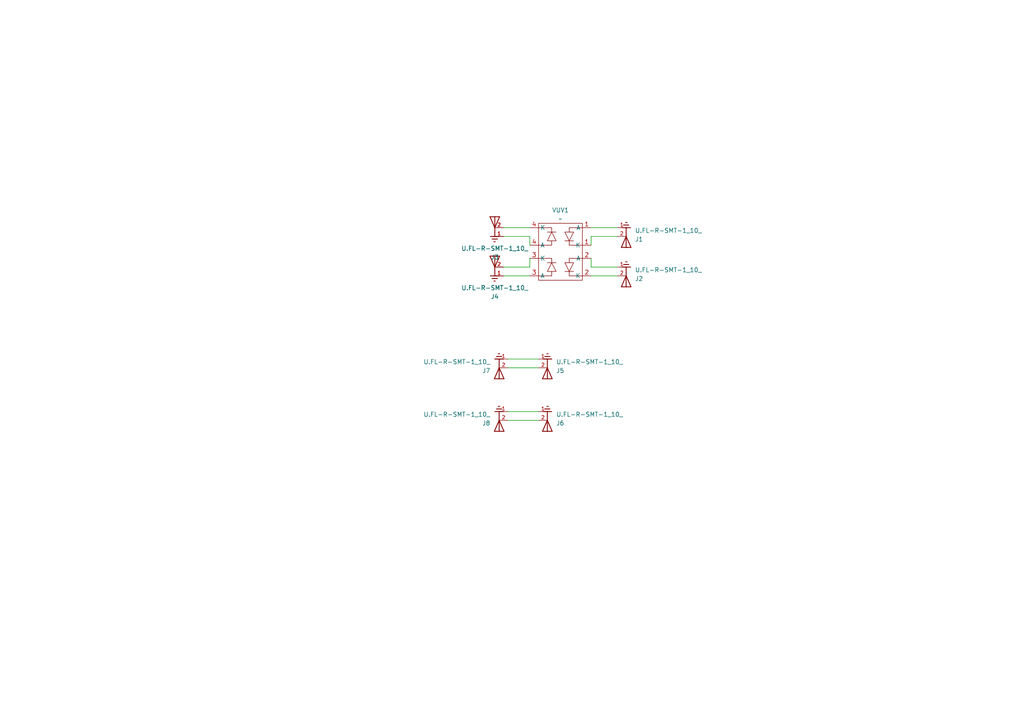
<source format=kicad_sch>
(kicad_sch (version 20231120) (generator "eeschema") (generator_version "8.0")
  (paper "A4")
  (lib_symbols
    (symbol "U.FL-R-SMT-1_10_:U.FL-R-SMT-1_10_" (pin_names (offset 1.016))
      (property "Reference" "J" (at -2.5406 5.0869 0))
      (property "Value" "U.FL-R-SMT-1_10_" (at -2.6677 -7.6346 0))
      (symbol "U.FL-R-SMT-1_10__0_0"
        (polyline (pts (xy -1.397 3.175) (xy 0 3.175)) (stroke (width 0.254)))
        (polyline (pts (xy -0.762 -3.302) (xy 0.762 -3.302)) (stroke (width 0.254)))
        (polyline (pts (xy -0.127 -4.064) (xy 0.254 -4.064)) (stroke (width 0.254)))
        (polyline (pts (xy 0 -2.54) (xy -1.27 -2.54)) (stroke (width 0.254)))
        (polyline (pts (xy 0 -2.54) (xy 1.27 -2.54)) (stroke (width 0.254)))
        (polyline (pts (xy 0 0) (xy -1.397 3.175)) (stroke (width 0.254)))
        (polyline (pts (xy 0 0) (xy 0 -2.54)) (stroke (width 0.254)))
        (polyline (pts (xy 0 3.175) (xy 0 0)) (stroke (width 0.254)))
        (polyline (pts (xy 0 3.175) (xy 1.397 3.175)) (stroke (width 0.254)))
        (polyline (pts (xy 1.397 3.175) (xy 0 0)) (stroke (width 0.254)))
        (pin passive line (at -2.54 -2.54 0) (length 2.54) (name "~") (number "1"))
        (pin passive line (at -2.54 0 0) (length 2.54) (name "~") (number "2"))
      )
    )
    (symbol "vuv4q:SiPM"
      (property "Reference" "VUV4" (at 0 0 0))
      (symbol "SiPM_0_1"
        (rectangle (start -6.35 -1.27) (end 6.35 -17.78))
        (polyline (pts (xy -3.81 -12.7) (xy -1.27 -12.7)))
        (polyline (pts (xy -3.81 -3.81) (xy -1.27 -3.81)))
        (polyline (pts (xy 3.81 -15.24) (xy 1.27 -15.24)))
        (polyline (pts (xy 3.81 -6.35) (xy 1.27 -6.35)))
        (polyline (pts (xy -2.54 -15.24) (xy -2.54 -16.51) (xy -6.35 -16.51)))
        (polyline (pts (xy -2.54 -12.7) (xy -2.54 -11.43) (xy -6.35 -11.43)))
        (polyline (pts (xy -2.54 -6.35) (xy -2.54 -7.62) (xy -6.35 -7.62)))
        (polyline (pts (xy -2.54 -3.81) (xy -2.54 -2.54) (xy -6.35 -2.54)))
        (polyline (pts (xy 2.54 -15.24) (xy 2.54 -16.51) (xy 6.35 -16.51)))
        (polyline (pts (xy 2.54 -12.7) (xy 2.54 -11.43) (xy 6.35 -11.43)))
        (polyline (pts (xy 2.54 -6.35) (xy 2.54 -7.62) (xy 6.35 -7.62)))
        (polyline (pts (xy 2.54 -3.81) (xy 2.54 -2.54) (xy 6.35 -2.54)))
        (polyline (pts (xy -2.54 -12.7) (xy -3.81 -15.24) (xy -1.27 -15.24) (xy -2.54 -12.7)))
        (polyline (pts (xy -2.54 -3.81) (xy -3.81 -6.35) (xy -1.27 -6.35) (xy -2.54 -3.81)))
        (polyline (pts (xy 2.54 -15.24) (xy 3.81 -12.7) (xy 1.27 -12.7) (xy 2.54 -15.24)))
        (polyline (pts (xy 2.54 -6.35) (xy 3.81 -3.81) (xy 1.27 -3.81) (xy 2.54 -6.35)))
      )
      (symbol "SiPM_1_1"
        (pin output line (at 8.89 -2.54 180) (length 2.54) (name "A") (number "1"))
        (pin input line (at 8.89 -7.62 180) (length 2.54) (name "K") (number "1"))
        (pin output line (at 8.89 -11.43 180) (length 2.54) (name "A") (number "2"))
        (pin input line (at 8.89 -16.51 180) (length 2.54) (name "K") (number "2"))
        (pin output line (at -8.89 -16.51 0) (length 2.54) (name "A") (number "3"))
        (pin input line (at -8.89 -11.43 0) (length 2.54) (name "K") (number "3"))
        (pin output line (at -8.89 -7.62 0) (length 2.54) (name "A") (number "4"))
        (pin input line (at -8.89 -2.54 0) (length 2.54) (name "K") (number "4"))
      )
    )
  )
  (wire (pts (xy 146.05 80.01) (xy 153.67 80.01)))
  (wire (pts (xy 171.45 77.47) (xy 179.07 77.47)))
  (wire (pts (xy 147.32 119.38) (xy 156.21 119.38)))
  (wire (pts (xy 153.67 74.93) (xy 153.67 77.47)))
  (wire (pts (xy 171.45 71.12) (xy 171.45 68.58)))
  (wire (pts (xy 147.32 121.92) (xy 156.21 121.92)))
  (wire (pts (xy 171.45 68.58) (xy 179.07 68.58)))
  (wire (pts (xy 153.67 77.47) (xy 146.05 77.47)))
  (wire (pts (xy 171.45 74.93) (xy 171.45 77.47)))
  (wire (pts (xy 147.32 106.68) (xy 156.21 106.68)))
  (wire (pts (xy 171.45 66.04) (xy 179.07 66.04)))
  (wire (pts (xy 153.67 68.58) (xy 153.67 71.12)))
  (wire (pts (xy 171.45 80.01) (xy 179.07 80.01)))
  (wire (pts (xy 146.05 68.58) (xy 153.67 68.58)))
  (wire (pts (xy 146.05 66.04) (xy 153.67 66.04)))
  (wire (pts (xy 147.32 104.14) (xy 156.21 104.14)))
  (symbol (lib_id "U.FL-R-SMT-1_10_:U.FL-R-SMT-1_10_") (at 144.78 121.92 180) (unit 1)
    (property "Reference" "J8" (at 142.24 122.7456 0) (effects (justify left)))
    (property "Value" "U.FL-R-SMT-1_10_" (at 142.24 120.2056 0) (effects (justify left)))
    (property "Footprint" "U_FL_R_SMT_1_10_:HRS_U.FL-R-SMT-1_10_" (effects (hide yes)))
    (property "Description" "U.FL Series 6 Ghz 50 Ohm Ultra-small SMT Coaxial Cable Receptacle" (effects (hide yes)))
    (property "PACKAGE" "None" (effects (hide yes)))
    (property "PRICE" "0.71 USD" (effects (hide yes)))
    (property "STANDARD" "Manufacturer Recommendation" (effects (hide yes)))
    (property "MP" "U.FL-R-SMT-1_10_" (effects (hide yes)))
    (property "AVAILABILITY" "Good" (effects (hide yes)))
    (property "MANUFACTURER" "Hirose" (effects (hide yes)))
  )
  (symbol (lib_id "U.FL-R-SMT-1_10_:U.FL-R-SMT-1_10_") (at 181.61 80.01 0) (mirror x) (unit 1)
    (property "Reference" "J2" (at 184.15 80.8356 0) (effects (justify left)))
    (property "Value" "U.FL-R-SMT-1_10_" (at 184.15 78.2956 0) (effects (justify left)))
    (property "Footprint" "U_FL_R_SMT_1_10_:HRS_U.FL-R-SMT-1_10_" (effects (hide yes)))
    (property "Description" "U.FL Series 6 Ghz 50 Ohm Ultra-small SMT Coaxial Cable Receptacle" (effects (hide yes)))
    (property "PACKAGE" "None" (effects (hide yes)))
    (property "PRICE" "0.71 USD" (effects (hide yes)))
    (property "STANDARD" "Manufacturer Recommendation" (effects (hide yes)))
    (property "MP" "U.FL-R-SMT-1_10_" (effects (hide yes)))
    (property "AVAILABILITY" "Good" (effects (hide yes)))
    (property "MANUFACTURER" "Hirose" (effects (hide yes)))
  )
  (symbol (lib_id "U.FL-R-SMT-1_10_:U.FL-R-SMT-1_10_") (at 144.78 106.68 180) (unit 1)
    (property "Reference" "J7" (at 142.24 107.5056 0) (effects (justify left)))
    (property "Value" "U.FL-R-SMT-1_10_" (at 142.24 104.9656 0) (effects (justify left)))
    (property "Footprint" "U_FL_R_SMT_1_10_:HRS_U.FL-R-SMT-1_10_" (effects (hide yes)))
    (property "Description" "U.FL Series 6 Ghz 50 Ohm Ultra-small SMT Coaxial Cable Receptacle" (effects (hide yes)))
    (property "PACKAGE" "None" (effects (hide yes)))
    (property "PRICE" "0.71 USD" (effects (hide yes)))
    (property "STANDARD" "Manufacturer Recommendation" (effects (hide yes)))
    (property "MP" "U.FL-R-SMT-1_10_" (effects (hide yes)))
    (property "AVAILABILITY" "Good" (effects (hide yes)))
    (property "MANUFACTURER" "Hirose" (effects (hide yes)))
  )
  (symbol (lib_id "U.FL-R-SMT-1_10_:U.FL-R-SMT-1_10_") (at 181.61 68.58 0) (mirror x) (unit 1)
    (property "Reference" "J1" (at 184.15 69.4056 0) (effects (justify left)))
    (property "Value" "U.FL-R-SMT-1_10_" (at 184.15 66.8656 0) (effects (justify left)))
    (property "Footprint" "U_FL_R_SMT_1_10_:HRS_U.FL-R-SMT-1_10_" (effects (hide yes)))
    (property "Description" "U.FL Series 6 Ghz 50 Ohm Ultra-small SMT Coaxial Cable Receptacle" (effects (hide yes)))
    (property "PACKAGE" "None" (effects (hide yes)))
    (property "PRICE" "0.71 USD" (effects (hide yes)))
    (property "STANDARD" "Manufacturer Recommendation" (effects (hide yes)))
    (property "MP" "U.FL-R-SMT-1_10_" (effects (hide yes)))
    (property "AVAILABILITY" "Good" (effects (hide yes)))
    (property "MANUFACTURER" "Hirose" (effects (hide yes)))
  )
  (symbol (lib_id "U.FL-R-SMT-1_10_:U.FL-R-SMT-1_10_") (at 158.75 121.92 0) (mirror x) (unit 1)
    (property "Reference" "J6" (at 161.29 122.7456 0) (effects (justify left)))
    (property "Value" "U.FL-R-SMT-1_10_" (at 161.29 120.2056 0) (effects (justify left)))
    (property "Footprint" "U_FL_R_SMT_1_10_:HRS_U.FL-R-SMT-1_10_" (effects (hide yes)))
    (property "Description" "U.FL Series 6 Ghz 50 Ohm Ultra-small SMT Coaxial Cable Receptacle" (effects (hide yes)))
    (property "PACKAGE" "None" (effects (hide yes)))
    (property "PRICE" "0.71 USD" (effects (hide yes)))
    (property "STANDARD" "Manufacturer Recommendation" (effects (hide yes)))
    (property "MP" "U.FL-R-SMT-1_10_" (effects (hide yes)))
    (property "AVAILABILITY" "Good" (effects (hide yes)))
    (property "MANUFACTURER" "Hirose" (effects (hide yes)))
  )
  (symbol (lib_id "U.FL-R-SMT-1_10_:U.FL-R-SMT-1_10_") (at 158.75 106.68 0) (mirror x) (unit 1)
    (property "Reference" "J5" (at 161.29 107.5056 0) (effects (justify left)))
    (property "Value" "U.FL-R-SMT-1_10_" (at 161.29 104.9656 0) (effects (justify left)))
    (property "Footprint" "U_FL_R_SMT_1_10_:HRS_U.FL-R-SMT-1_10_" (effects (hide yes)))
    (property "Description" "U.FL Series 6 Ghz 50 Ohm Ultra-small SMT Coaxial Cable Receptacle" (effects (hide yes)))
    (property "PACKAGE" "None" (effects (hide yes)))
    (property "PRICE" "0.71 USD" (effects (hide yes)))
    (property "STANDARD" "Manufacturer Recommendation" (effects (hide yes)))
    (property "MP" "U.FL-R-SMT-1_10_" (effects (hide yes)))
    (property "AVAILABILITY" "Good" (effects (hide yes)))
    (property "MANUFACTURER" "Hirose" (effects (hide yes)))
  )
  (symbol (lib_id "vuv4q:SiPM") (at 162.56 63.5 0) (unit 1)
    (property "Reference" "VUV1" (at 162.56 60.96 0))
    (property "Value" "~" (at 162.56 63.5 0))
    (property "Footprint" "VUV4-SiPM:VUV4-50q" (effects (hide yes)))
  )
  (symbol (lib_id "U.FL-R-SMT-1_10_:U.FL-R-SMT-1_10_") (at 143.51 77.47 0) (mirror y) (unit 1)
    (property "Reference" "J4" (at 143.51 86.0344 0))
    (property "Value" "U.FL-R-SMT-1_10_" (at 143.51 83.4944 0))
    (property "Footprint" "U_FL_R_SMT_1_10_:HRS_U.FL-R-SMT-1_10_" (effects (hide yes)))
    (property "Description" "U.FL Series 6 Ghz 50 Ohm Ultra-small SMT Coaxial Cable Receptacle" (effects (hide yes)))
    (property "PACKAGE" "None" (effects (hide yes)))
    (property "PRICE" "0.71 USD" (effects (hide yes)))
    (property "STANDARD" "Manufacturer Recommendation" (effects (hide yes)))
    (property "MP" "U.FL-R-SMT-1_10_" (effects (hide yes)))
    (property "AVAILABILITY" "Good" (effects (hide yes)))
    (property "MANUFACTURER" "Hirose" (effects (hide yes)))
  )
  (symbol (lib_id "U.FL-R-SMT-1_10_:U.FL-R-SMT-1_10_") (at 143.51 66.04 0) (mirror y) (unit 1)
    (property "Reference" "J3" (at 143.51 74.6044 0))
    (property "Value" "U.FL-R-SMT-1_10_" (at 143.51 72.0644 0))
    (property "Footprint" "U_FL_R_SMT_1_10_:HRS_U.FL-R-SMT-1_10_" (effects (hide yes)))
    (property "Description" "U.FL Series 6 Ghz 50 Ohm Ultra-small SMT Coaxial Cable Receptacle" (effects (hide yes)))
    (property "PACKAGE" "None" (effects (hide yes)))
    (property "PRICE" "0.71 USD" (effects (hide yes)))
    (property "STANDARD" "Manufacturer Recommendation" (effects (hide yes)))
    (property "MP" "U.FL-R-SMT-1_10_" (effects (hide yes)))
    (property "AVAILABILITY" "Good" (effects (hide yes)))
    (property "MANUFACTURER" "Hirose" (effects (hide yes)))
  )
)
</source>
